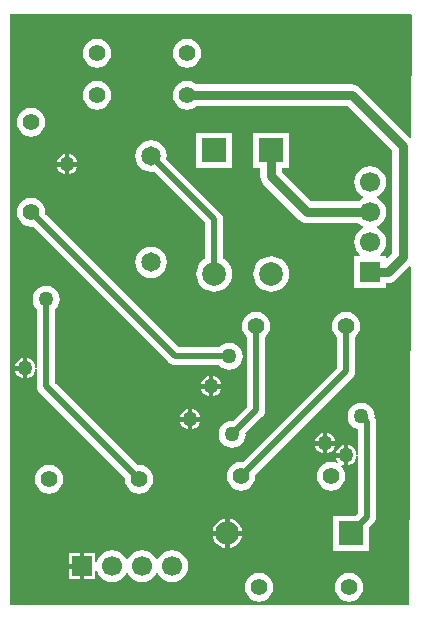
<source format=gbl>
G04 Layer_Physical_Order=2*
G04 Layer_Color=16711680*
%FSLAX25Y25*%
%MOIN*%
G70*
G01*
G75*
%ADD18C,0.01968*%
%ADD19C,0.03150*%
%ADD20C,0.05512*%
%ADD21R,0.07874X0.07874*%
%ADD22C,0.07874*%
%ADD23C,0.06693*%
%ADD24R,0.06693X0.06693*%
%ADD25R,0.07874X0.07874*%
%ADD26C,0.06496*%
%ADD27R,0.06693X0.06693*%
%ADD28C,0.05000*%
G36*
X257998Y287646D02*
X257792Y246970D01*
X257291Y246763D01*
X240527Y263527D01*
X239787Y264095D01*
X238925Y264452D01*
X238000Y264574D01*
X186103D01*
X185383Y265127D01*
X184233Y265603D01*
X183000Y265765D01*
X181767Y265603D01*
X180617Y265127D01*
X179630Y264370D01*
X178873Y263383D01*
X178397Y262233D01*
X178235Y261000D01*
X178397Y259767D01*
X178873Y258617D01*
X179630Y257630D01*
X180617Y256873D01*
X181767Y256397D01*
X183000Y256235D01*
X184233Y256397D01*
X185383Y256873D01*
X186103Y257426D01*
X236520D01*
X251426Y242520D01*
Y208480D01*
X249777Y206831D01*
X249315Y207023D01*
Y207315D01*
X247446D01*
X247277Y207815D01*
X247791Y208209D01*
X248643Y209320D01*
X249178Y210613D01*
X249361Y212000D01*
X249178Y213387D01*
X248643Y214680D01*
X247791Y215791D01*
X246680Y216643D01*
X246421Y216750D01*
Y217250D01*
X246680Y217357D01*
X247791Y218209D01*
X248643Y219320D01*
X249178Y220613D01*
X249361Y222000D01*
X249178Y223388D01*
X248643Y224680D01*
X247791Y225791D01*
X246680Y226643D01*
X246421Y226750D01*
Y227250D01*
X246680Y227357D01*
X247791Y228209D01*
X248643Y229320D01*
X249178Y230612D01*
X249361Y232000D01*
X249178Y233387D01*
X248643Y234680D01*
X247791Y235791D01*
X246680Y236643D01*
X245388Y237178D01*
X244000Y237361D01*
X242613Y237178D01*
X241320Y236643D01*
X240209Y235791D01*
X239357Y234680D01*
X238822Y233387D01*
X238639Y232000D01*
X238822Y230612D01*
X239357Y229320D01*
X240209Y228209D01*
X241320Y227357D01*
X241579Y227250D01*
Y226750D01*
X241320Y226643D01*
X240209Y225791D01*
X240043Y225574D01*
X224480D01*
X214574Y235480D01*
Y236685D01*
X216905D01*
Y248496D01*
X205095D01*
Y236685D01*
X207426D01*
Y234000D01*
X207548Y233075D01*
X207905Y232213D01*
X208473Y231473D01*
X220473Y219473D01*
X221213Y218905D01*
X222075Y218548D01*
X223000Y218426D01*
X240043D01*
X240209Y218209D01*
X241320Y217357D01*
X241579Y217250D01*
Y216750D01*
X241320Y216643D01*
X240209Y215791D01*
X239357Y214680D01*
X238822Y213387D01*
X238639Y212000D01*
X238822Y210613D01*
X239357Y209320D01*
X240209Y208209D01*
X240723Y207815D01*
X240554Y207315D01*
X238685D01*
Y196685D01*
X249315D01*
Y198426D01*
X250000D01*
X250925Y198548D01*
X251787Y198905D01*
X252527Y199473D01*
X257074Y204019D01*
X257573Y203811D01*
X257000Y91000D01*
X124000D01*
Y288000D01*
X257646D01*
X257998Y287646D01*
D02*
G37*
%LPC*%
G36*
X232427Y144213D02*
X229787D01*
Y141574D01*
X229914Y141590D01*
X230765Y141943D01*
X231496Y142504D01*
X232057Y143235D01*
X232410Y144086D01*
X232427Y144213D01*
D02*
G37*
G36*
X235213Y144427D02*
X235086Y144410D01*
X234235Y144057D01*
X233504Y143496D01*
X232943Y142765D01*
X232590Y141914D01*
X232574Y141787D01*
X235213D01*
Y144427D01*
D02*
G37*
G36*
X236000Y188765D02*
X234767Y188603D01*
X233617Y188127D01*
X232630Y187370D01*
X231873Y186383D01*
X231397Y185233D01*
X231235Y184000D01*
X231397Y182767D01*
X231873Y181617D01*
X232630Y180631D01*
X233022Y180330D01*
Y170234D01*
X201489Y138701D01*
X201000Y138765D01*
X199767Y138603D01*
X198617Y138127D01*
X197631Y137370D01*
X196873Y136383D01*
X196397Y135233D01*
X196235Y134000D01*
X196397Y132767D01*
X196873Y131617D01*
X197631Y130631D01*
X198617Y129873D01*
X199767Y129397D01*
X201000Y129235D01*
X202233Y129397D01*
X203383Y129873D01*
X204369Y130631D01*
X205127Y131617D01*
X205603Y132767D01*
X205765Y134000D01*
X205701Y134489D01*
X238106Y166894D01*
X238106Y166894D01*
X238579Y167511D01*
X238877Y168229D01*
X238978Y169000D01*
Y180330D01*
X239370Y180631D01*
X240127Y181617D01*
X240603Y182767D01*
X240765Y184000D01*
X240603Y185233D01*
X240127Y186383D01*
X239370Y187370D01*
X238383Y188127D01*
X237233Y188603D01*
X236000Y188765D01*
D02*
G37*
G36*
X241000Y158507D02*
X239833Y158353D01*
X238747Y157903D01*
X237813Y157187D01*
X237097Y156254D01*
X236647Y155166D01*
X236493Y154000D01*
X236647Y152833D01*
X237097Y151746D01*
X237813Y150813D01*
X238747Y150097D01*
X239833Y149646D01*
X240022Y149622D01*
Y141097D01*
X239522Y141064D01*
X239476Y141408D01*
X239410Y141914D01*
X239057Y142765D01*
X238496Y143496D01*
X237765Y144057D01*
X236914Y144410D01*
X236787Y144427D01*
Y141000D01*
Y137574D01*
X236914Y137590D01*
X237765Y137943D01*
X238496Y138504D01*
X239057Y139235D01*
X239410Y140086D01*
X239522Y140936D01*
X240022Y140903D01*
Y121643D01*
X239284Y120905D01*
X231685D01*
Y109095D01*
X243496D01*
Y116694D01*
X245106Y118304D01*
X245106Y118304D01*
X245579Y118920D01*
X245877Y119639D01*
X245978Y120409D01*
X245978Y120410D01*
Y152000D01*
X245978Y152000D01*
X245877Y152771D01*
X245579Y153489D01*
X245460Y153644D01*
X245507Y154000D01*
X245354Y155166D01*
X244903Y156254D01*
X244187Y157187D01*
X243253Y157903D01*
X242166Y158353D01*
X241000Y158507D01*
D02*
G37*
G36*
X228213Y144213D02*
X225573D01*
X225590Y144086D01*
X225943Y143235D01*
X226504Y142504D01*
X227235Y141943D01*
X228086Y141590D01*
X228213Y141574D01*
Y144213D01*
D02*
G37*
G36*
X187426Y152213D02*
X184787D01*
Y149574D01*
X184914Y149590D01*
X185765Y149943D01*
X186496Y150504D01*
X187057Y151235D01*
X187410Y152086D01*
X187426Y152213D01*
D02*
G37*
G36*
X206000Y188765D02*
X204767Y188603D01*
X203617Y188127D01*
X202630Y187370D01*
X201873Y186383D01*
X201397Y185233D01*
X201235Y184000D01*
X201397Y182767D01*
X201873Y181617D01*
X202630Y180631D01*
X203022Y180330D01*
Y157234D01*
X198261Y152473D01*
X198000Y152507D01*
X196834Y152354D01*
X195747Y151903D01*
X194813Y151187D01*
X194097Y150253D01*
X193647Y149167D01*
X193493Y148000D01*
X193647Y146834D01*
X194097Y145747D01*
X194813Y144813D01*
X195747Y144097D01*
X196834Y143647D01*
X198000Y143493D01*
X199167Y143647D01*
X200254Y144097D01*
X201187Y144813D01*
X201903Y145747D01*
X202354Y146834D01*
X202507Y148000D01*
X202473Y148261D01*
X208106Y153894D01*
X208579Y154511D01*
X208877Y155229D01*
X208927Y155615D01*
X208978Y156000D01*
X208978Y156000D01*
Y180330D01*
X209369Y180631D01*
X210127Y181617D01*
X210603Y182767D01*
X210765Y184000D01*
X210603Y185233D01*
X210127Y186383D01*
X209369Y187370D01*
X208383Y188127D01*
X207233Y188603D01*
X206000Y188765D01*
D02*
G37*
G36*
X183213Y152213D02*
X180573D01*
X180590Y152086D01*
X180943Y151235D01*
X181504Y150504D01*
X182235Y149943D01*
X183086Y149590D01*
X183213Y149574D01*
Y152213D01*
D02*
G37*
G36*
X228213Y148426D02*
X228086Y148410D01*
X227235Y148057D01*
X226504Y147496D01*
X225943Y146765D01*
X225590Y145914D01*
X225573Y145787D01*
X228213D01*
Y148426D01*
D02*
G37*
G36*
X229787D02*
Y145787D01*
X232427D01*
X232410Y145914D01*
X232057Y146765D01*
X231496Y147496D01*
X230765Y148057D01*
X229914Y148410D01*
X229787Y148426D01*
D02*
G37*
G36*
X235213Y140213D02*
X232574D01*
X232590Y140086D01*
X232943Y139235D01*
X233376Y138671D01*
X233060Y138260D01*
X232233Y138603D01*
X231000Y138765D01*
X229767Y138603D01*
X228617Y138127D01*
X227630Y137370D01*
X226873Y136383D01*
X226397Y135233D01*
X226235Y134000D01*
X226397Y132767D01*
X226873Y131617D01*
X227630Y130631D01*
X228617Y129873D01*
X229767Y129397D01*
X231000Y129235D01*
X232233Y129397D01*
X233383Y129873D01*
X234369Y130631D01*
X235127Y131617D01*
X235603Y132767D01*
X235765Y134000D01*
X235603Y135233D01*
X235127Y136383D01*
X234396Y137335D01*
X234402Y137381D01*
X234810Y137705D01*
X235086Y137590D01*
X235213Y137574D01*
Y140213D01*
D02*
G37*
G36*
X147213Y108346D02*
X143654D01*
Y104787D01*
X147213D01*
Y108346D01*
D02*
G37*
G36*
X178000Y109361D02*
X176612Y109178D01*
X175320Y108643D01*
X174209Y107791D01*
X173357Y106680D01*
X173250Y106421D01*
X172750D01*
X172643Y106680D01*
X171791Y107791D01*
X170680Y108643D01*
X169387Y109178D01*
X168000Y109361D01*
X166613Y109178D01*
X165320Y108643D01*
X164209Y107791D01*
X163357Y106680D01*
X163250Y106421D01*
X162750D01*
X162643Y106680D01*
X161791Y107791D01*
X160680Y108643D01*
X159388Y109178D01*
X158000Y109361D01*
X156613Y109178D01*
X155320Y108643D01*
X154209Y107791D01*
X153357Y106680D01*
X152822Y105387D01*
X152347Y105488D01*
Y108346D01*
X148787D01*
Y104000D01*
Y99654D01*
X152347D01*
Y102512D01*
X152822Y102612D01*
X153357Y101320D01*
X154209Y100209D01*
X155320Y99357D01*
X156613Y98822D01*
X158000Y98639D01*
X159388Y98822D01*
X160680Y99357D01*
X161791Y100209D01*
X162643Y101320D01*
X162750Y101579D01*
X163250D01*
X163357Y101320D01*
X164209Y100209D01*
X165320Y99357D01*
X166613Y98822D01*
X168000Y98639D01*
X169387Y98822D01*
X170680Y99357D01*
X171791Y100209D01*
X172643Y101320D01*
X172750Y101579D01*
X173250D01*
X173357Y101320D01*
X174209Y100209D01*
X175320Y99357D01*
X176612Y98822D01*
X178000Y98639D01*
X179387Y98822D01*
X180680Y99357D01*
X181791Y100209D01*
X182643Y101320D01*
X183178Y102612D01*
X183361Y104000D01*
X183178Y105387D01*
X182643Y106680D01*
X181791Y107791D01*
X180680Y108643D01*
X179387Y109178D01*
X178000Y109361D01*
D02*
G37*
G36*
X147213Y103213D02*
X143654D01*
Y99654D01*
X147213D01*
Y103213D01*
D02*
G37*
G36*
X207000Y101765D02*
X205767Y101603D01*
X204617Y101127D01*
X203630Y100370D01*
X202873Y99383D01*
X202397Y98233D01*
X202235Y97000D01*
X202397Y95767D01*
X202873Y94617D01*
X203630Y93630D01*
X204617Y92873D01*
X205767Y92397D01*
X207000Y92235D01*
X208233Y92397D01*
X209383Y92873D01*
X210369Y93630D01*
X211127Y94617D01*
X211603Y95767D01*
X211765Y97000D01*
X211603Y98233D01*
X211127Y99383D01*
X210369Y100370D01*
X209383Y101127D01*
X208233Y101603D01*
X207000Y101765D01*
D02*
G37*
G36*
X237000D02*
X235767Y101603D01*
X234617Y101127D01*
X233630Y100370D01*
X232873Y99383D01*
X232397Y98233D01*
X232235Y97000D01*
X232397Y95767D01*
X232873Y94617D01*
X233630Y93630D01*
X234617Y92873D01*
X235767Y92397D01*
X237000Y92235D01*
X238233Y92397D01*
X239383Y92873D01*
X240370Y93630D01*
X241127Y94617D01*
X241603Y95767D01*
X241765Y97000D01*
X241603Y98233D01*
X241127Y99383D01*
X240370Y100370D01*
X239383Y101127D01*
X238233Y101603D01*
X237000Y101765D01*
D02*
G37*
G36*
X197197Y119876D02*
Y115787D01*
X201285D01*
X201219Y116289D01*
X200722Y117490D01*
X199931Y118521D01*
X198899Y119313D01*
X197698Y119810D01*
X197197Y119876D01*
D02*
G37*
G36*
X137000Y137765D02*
X135767Y137603D01*
X134617Y137127D01*
X133631Y136370D01*
X132873Y135383D01*
X132397Y134233D01*
X132235Y133000D01*
X132397Y131767D01*
X132873Y130617D01*
X133631Y129630D01*
X134617Y128873D01*
X135767Y128397D01*
X137000Y128235D01*
X138233Y128397D01*
X139383Y128873D01*
X140369Y129630D01*
X141127Y130617D01*
X141603Y131767D01*
X141765Y133000D01*
X141603Y134233D01*
X141127Y135383D01*
X140369Y136370D01*
X139383Y137127D01*
X138233Y137603D01*
X137000Y137765D01*
D02*
G37*
G36*
X195622Y119876D02*
X195121Y119810D01*
X193920Y119313D01*
X192888Y118521D01*
X192097Y117490D01*
X191600Y116289D01*
X191534Y115787D01*
X195622D01*
Y119876D01*
D02*
G37*
G36*
Y114213D02*
X191534D01*
X191600Y113711D01*
X192097Y112510D01*
X192888Y111479D01*
X193920Y110687D01*
X195121Y110190D01*
X195622Y110124D01*
Y114213D01*
D02*
G37*
G36*
X201285D02*
X197197D01*
Y110124D01*
X197698Y110190D01*
X198899Y110687D01*
X199931Y111479D01*
X200722Y112510D01*
X201219Y113711D01*
X201285Y114213D01*
D02*
G37*
G36*
X183213Y156427D02*
X183086Y156410D01*
X182235Y156057D01*
X181504Y155496D01*
X180943Y154765D01*
X180590Y153914D01*
X180573Y153787D01*
X183213D01*
Y156427D01*
D02*
G37*
G36*
X197906Y248496D02*
X186094D01*
Y236685D01*
X197906D01*
Y248496D01*
D02*
G37*
G36*
X142213Y241426D02*
X142086Y241410D01*
X141235Y241057D01*
X140504Y240496D01*
X139943Y239765D01*
X139590Y238914D01*
X139574Y238787D01*
X142213D01*
Y241426D01*
D02*
G37*
G36*
X146426Y237213D02*
X143787D01*
Y234574D01*
X143914Y234590D01*
X144765Y234943D01*
X145496Y235504D01*
X146057Y236235D01*
X146410Y237086D01*
X146426Y237213D01*
D02*
G37*
G36*
X171000Y210545D02*
X169638Y210366D01*
X168369Y209840D01*
X167280Y209004D01*
X166443Y207914D01*
X165918Y206645D01*
X165738Y205283D01*
X165918Y203922D01*
X166443Y202653D01*
X167280Y201563D01*
X168369Y200727D01*
X169638Y200201D01*
X171000Y200022D01*
X172362Y200201D01*
X173631Y200727D01*
X174721Y201563D01*
X175557Y202653D01*
X176082Y203922D01*
X176261Y205283D01*
X176082Y206645D01*
X175557Y207914D01*
X174721Y209004D01*
X173631Y209840D01*
X172362Y210366D01*
X171000Y210545D01*
D02*
G37*
G36*
X142213Y237213D02*
X139574D01*
X139590Y237086D01*
X139943Y236235D01*
X140504Y235504D01*
X141235Y234943D01*
X142086Y234590D01*
X142213Y234574D01*
Y237213D01*
D02*
G37*
G36*
X153000Y279765D02*
X151767Y279603D01*
X150617Y279127D01*
X149630Y278369D01*
X148873Y277383D01*
X148397Y276233D01*
X148235Y275000D01*
X148397Y273767D01*
X148873Y272617D01*
X149630Y271631D01*
X150617Y270873D01*
X151767Y270397D01*
X153000Y270235D01*
X154233Y270397D01*
X155383Y270873D01*
X156369Y271631D01*
X157127Y272617D01*
X157603Y273767D01*
X157765Y275000D01*
X157603Y276233D01*
X157127Y277383D01*
X156369Y278369D01*
X155383Y279127D01*
X154233Y279603D01*
X153000Y279765D01*
D02*
G37*
G36*
X183000D02*
X181767Y279603D01*
X180617Y279127D01*
X179630Y278369D01*
X178873Y277383D01*
X178397Y276233D01*
X178235Y275000D01*
X178397Y273767D01*
X178873Y272617D01*
X179630Y271631D01*
X180617Y270873D01*
X181767Y270397D01*
X183000Y270235D01*
X184233Y270397D01*
X185383Y270873D01*
X186370Y271631D01*
X187127Y272617D01*
X187603Y273767D01*
X187765Y275000D01*
X187603Y276233D01*
X187127Y277383D01*
X186370Y278369D01*
X185383Y279127D01*
X184233Y279603D01*
X183000Y279765D01*
D02*
G37*
G36*
X153000Y265765D02*
X151767Y265603D01*
X150617Y265127D01*
X149630Y264370D01*
X148873Y263383D01*
X148397Y262233D01*
X148235Y261000D01*
X148397Y259767D01*
X148873Y258617D01*
X149630Y257630D01*
X150617Y256873D01*
X151767Y256397D01*
X153000Y256235D01*
X154233Y256397D01*
X155383Y256873D01*
X156369Y257630D01*
X157127Y258617D01*
X157603Y259767D01*
X157765Y261000D01*
X157603Y262233D01*
X157127Y263383D01*
X156369Y264370D01*
X155383Y265127D01*
X154233Y265603D01*
X153000Y265765D01*
D02*
G37*
G36*
X143787Y241426D02*
Y238787D01*
X146426D01*
X146410Y238914D01*
X146057Y239765D01*
X145496Y240496D01*
X144765Y241057D01*
X143914Y241410D01*
X143787Y241426D01*
D02*
G37*
G36*
X131000Y256765D02*
X129767Y256603D01*
X128617Y256127D01*
X127630Y255369D01*
X126873Y254383D01*
X126397Y253233D01*
X126235Y252000D01*
X126397Y250767D01*
X126873Y249617D01*
X127630Y248630D01*
X128617Y247873D01*
X129767Y247397D01*
X131000Y247235D01*
X132233Y247397D01*
X133383Y247873D01*
X134370Y248630D01*
X135127Y249617D01*
X135603Y250767D01*
X135765Y252000D01*
X135603Y253233D01*
X135127Y254383D01*
X134370Y255369D01*
X133383Y256127D01*
X132233Y256603D01*
X131000Y256765D01*
D02*
G37*
G36*
X211000Y207344D02*
X209842Y207229D01*
X208729Y206892D01*
X207703Y206344D01*
X206804Y205606D01*
X206066Y204706D01*
X205518Y203680D01*
X205180Y202567D01*
X205066Y201409D01*
X205180Y200252D01*
X205518Y199139D01*
X206066Y198113D01*
X206804Y197213D01*
X207703Y196475D01*
X208729Y195927D01*
X209842Y195589D01*
X211000Y195475D01*
X212158Y195589D01*
X213271Y195927D01*
X214297Y196475D01*
X215196Y197213D01*
X215934Y198113D01*
X216482Y199139D01*
X216820Y200252D01*
X216934Y201409D01*
X216820Y202567D01*
X216482Y203680D01*
X215934Y204706D01*
X215196Y205606D01*
X214297Y206344D01*
X213271Y206892D01*
X212158Y207229D01*
X211000Y207344D01*
D02*
G37*
G36*
X190213Y167427D02*
X190086Y167410D01*
X189235Y167057D01*
X188504Y166496D01*
X187943Y165765D01*
X187590Y164914D01*
X187574Y164787D01*
X190213D01*
Y167427D01*
D02*
G37*
G36*
X191787D02*
Y164787D01*
X194427D01*
X194410Y164914D01*
X194057Y165765D01*
X193496Y166496D01*
X192765Y167057D01*
X191914Y167410D01*
X191787Y167427D01*
D02*
G37*
G36*
X194427Y163213D02*
X191787D01*
Y160573D01*
X191914Y160590D01*
X192765Y160943D01*
X193496Y161504D01*
X194057Y162235D01*
X194410Y163086D01*
X194427Y163213D01*
D02*
G37*
G36*
X184787Y156427D02*
Y153787D01*
X187426D01*
X187410Y153914D01*
X187057Y154765D01*
X186496Y155496D01*
X185765Y156057D01*
X184914Y156410D01*
X184787Y156427D01*
D02*
G37*
G36*
X190213Y163213D02*
X187574D01*
X187590Y163086D01*
X187943Y162235D01*
X188504Y161504D01*
X189235Y160943D01*
X190086Y160590D01*
X190213Y160573D01*
Y163213D01*
D02*
G37*
G36*
X128213Y173426D02*
X128086Y173410D01*
X127235Y173057D01*
X126504Y172496D01*
X125943Y171765D01*
X125590Y170914D01*
X125574Y170787D01*
X128213D01*
Y173426D01*
D02*
G37*
G36*
X171000Y245978D02*
X169638Y245799D01*
X168369Y245273D01*
X167280Y244437D01*
X166443Y243347D01*
X165918Y242078D01*
X165738Y240717D01*
X165918Y239355D01*
X166443Y238086D01*
X167280Y236996D01*
X168369Y236160D01*
X169638Y235634D01*
X171000Y235455D01*
X171928Y235577D01*
X189022Y218483D01*
Y206514D01*
X188703Y206344D01*
X187804Y205606D01*
X187066Y204706D01*
X186518Y203680D01*
X186180Y202567D01*
X186066Y201409D01*
X186180Y200252D01*
X186518Y199139D01*
X187066Y198113D01*
X187804Y197213D01*
X188703Y196475D01*
X189729Y195927D01*
X190842Y195589D01*
X192000Y195475D01*
X193158Y195589D01*
X194271Y195927D01*
X195297Y196475D01*
X196196Y197213D01*
X196934Y198113D01*
X197482Y199139D01*
X197820Y200252D01*
X197934Y201409D01*
X197820Y202567D01*
X197482Y203680D01*
X196934Y204706D01*
X196196Y205606D01*
X195297Y206344D01*
X194978Y206514D01*
Y219717D01*
X194877Y220487D01*
X194579Y221206D01*
X194106Y221823D01*
X194106Y221823D01*
X176139Y239789D01*
X176261Y240717D01*
X176082Y242078D01*
X175557Y243347D01*
X174721Y244437D01*
X173631Y245273D01*
X172362Y245799D01*
X171000Y245978D01*
D02*
G37*
G36*
X136000Y197507D02*
X134834Y197353D01*
X133747Y196903D01*
X132813Y196187D01*
X132097Y195254D01*
X131647Y194167D01*
X131493Y193000D01*
X131647Y191833D01*
X132097Y190746D01*
X132813Y189813D01*
X133022Y189653D01*
Y170097D01*
X132522Y170064D01*
X132476Y170408D01*
X132410Y170914D01*
X132057Y171765D01*
X131496Y172496D01*
X130765Y173057D01*
X129914Y173410D01*
X129787Y173426D01*
Y170000D01*
Y166574D01*
X129914Y166590D01*
X130765Y166943D01*
X131496Y167504D01*
X132057Y168235D01*
X132410Y169086D01*
X132522Y169936D01*
X133022Y169903D01*
Y164000D01*
X133123Y163229D01*
X133421Y162511D01*
X133894Y161894D01*
X162299Y133489D01*
X162235Y133000D01*
X162397Y131767D01*
X162873Y130617D01*
X163630Y129630D01*
X164617Y128873D01*
X165767Y128397D01*
X167000Y128235D01*
X168233Y128397D01*
X169383Y128873D01*
X170370Y129630D01*
X171127Y130617D01*
X171603Y131767D01*
X171765Y133000D01*
X171603Y134233D01*
X171127Y135383D01*
X170370Y136370D01*
X169383Y137127D01*
X168233Y137603D01*
X167000Y137765D01*
X166511Y137701D01*
X138978Y165234D01*
Y189653D01*
X139187Y189813D01*
X139903Y190746D01*
X140354Y191833D01*
X140507Y193000D01*
X140354Y194167D01*
X139903Y195254D01*
X139187Y196187D01*
X138253Y196903D01*
X137167Y197353D01*
X136000Y197507D01*
D02*
G37*
G36*
X128213Y169213D02*
X125574D01*
X125590Y169086D01*
X125943Y168235D01*
X126504Y167504D01*
X127235Y166943D01*
X128086Y166590D01*
X128213Y166574D01*
Y169213D01*
D02*
G37*
G36*
X131000Y226765D02*
X129767Y226603D01*
X128617Y226127D01*
X127630Y225370D01*
X126873Y224383D01*
X126397Y223233D01*
X126235Y222000D01*
X126397Y220767D01*
X126873Y219617D01*
X127630Y218631D01*
X128617Y217873D01*
X129767Y217397D01*
X131000Y217235D01*
X131489Y217299D01*
X176894Y171894D01*
X177511Y171421D01*
X178229Y171123D01*
X179000Y171022D01*
X193653D01*
X193813Y170813D01*
X194746Y170097D01*
X195834Y169647D01*
X197000Y169493D01*
X198167Y169647D01*
X199253Y170097D01*
X200187Y170813D01*
X200903Y171747D01*
X201354Y172834D01*
X201507Y174000D01*
X201354Y175166D01*
X200903Y176253D01*
X200187Y177187D01*
X199253Y177903D01*
X198167Y178354D01*
X197000Y178507D01*
X195834Y178354D01*
X194746Y177903D01*
X193813Y177187D01*
X193653Y176978D01*
X180234D01*
X135701Y221511D01*
X135765Y222000D01*
X135603Y223233D01*
X135127Y224383D01*
X134370Y225370D01*
X133383Y226127D01*
X132233Y226603D01*
X131000Y226765D01*
D02*
G37*
%LPD*%
D18*
X237591Y115000D02*
X243000Y120409D01*
Y152000D01*
X241000Y154000D02*
X243000Y152000D01*
X206000Y156000D02*
Y184000D01*
X198000Y148000D02*
X206000Y156000D01*
X179000Y174000D02*
X197000D01*
X236000Y169000D02*
Y184000D01*
X201000Y134000D02*
X236000Y169000D01*
X192000Y201409D02*
Y219717D01*
X171000Y240717D02*
X192000Y219717D01*
X131000Y222000D02*
X179000Y174000D01*
X136000Y164000D02*
Y193000D01*
Y164000D02*
X167000Y133000D01*
D19*
X244000Y202000D02*
X250000D01*
X255000Y207000D01*
Y244000D01*
X238000Y261000D02*
X255000Y244000D01*
X183000Y261000D02*
X238000D01*
X211000Y234000D02*
Y242590D01*
Y234000D02*
X223000Y222000D01*
X244000D01*
D20*
X207000Y97000D02*
D03*
X237000D02*
D03*
X231000Y134000D02*
D03*
X201000D02*
D03*
X236000Y184000D02*
D03*
X206000D02*
D03*
X131000Y252000D02*
D03*
Y222000D02*
D03*
X153000Y275000D02*
D03*
X183000D02*
D03*
X153000Y261000D02*
D03*
X183000D02*
D03*
X167000Y133000D02*
D03*
X137000D02*
D03*
D21*
X237591Y115000D02*
D03*
D22*
X196409D02*
D03*
X192000Y201409D02*
D03*
X211000D02*
D03*
D23*
X178000Y104000D02*
D03*
X168000D02*
D03*
X158000D02*
D03*
X244000Y232000D02*
D03*
Y222000D02*
D03*
Y212000D02*
D03*
D24*
X148000Y104000D02*
D03*
D25*
X192000Y242590D02*
D03*
X211000D02*
D03*
D26*
X171000Y205283D02*
D03*
Y240717D02*
D03*
D27*
X244000Y202000D02*
D03*
D28*
X236000Y141000D02*
D03*
X197000Y174000D02*
D03*
X198000Y148000D02*
D03*
X143000Y238000D02*
D03*
X129000Y170000D02*
D03*
X184000Y153000D02*
D03*
X191000Y164000D02*
D03*
X241000Y154000D02*
D03*
X229000Y145000D02*
D03*
X136000Y193000D02*
D03*
M02*

</source>
